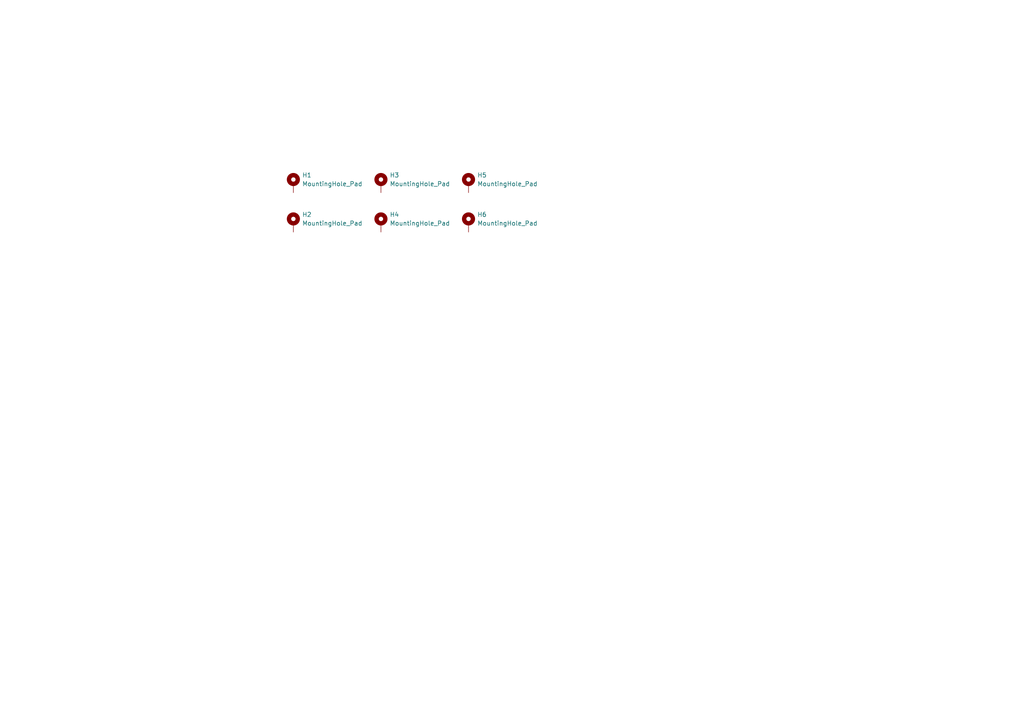
<source format=kicad_sch>
(kicad_sch (version 20231120) (generator "eeschema") (generator_version "8.0")
  (paper "A4")
  (lib_symbols
    (symbol "Mechanical:MountingHole_Pad" (pin_numbers hide) (pin_names (offset 1.016) hide) (exclude_from_sim yes) (in_bom no)
      (property "Reference" "H" (at 0 6.35 0))
      (property "Value" "MountingHole_Pad" (at 0 4.445 0))
      (symbol "MountingHole_Pad_0_1"
        (circle (center 0 1.27) (radius 1.27) (stroke (width 1.27)))
      )
      (symbol "MountingHole_Pad_1_1"
        (pin input line (at 0 -2.54 90) (length 2.54) (name "1") (number "1"))
      )
    )
  )
  (symbol (lib_id "Mechanical:MountingHole_Pad") (at 135.89 64.77 0) (unit 1) (exclude_from_sim yes) (in_bom no)
    (property "Reference" "H6" (at 138.43 62.2299 0) (effects (justify left)))
    (property "Value" "MountingHole_Pad" (at 138.43 64.7699 0) (effects (justify left)))
    (property "Footprint" "MountingHole:MountingHole_3.5mm" (effects (hide yes)))
    (property "Description" "Mounting Hole with connection" (effects (hide yes)))
  )
  (symbol (lib_id "Mechanical:MountingHole_Pad") (at 135.89 53.34 0) (unit 1) (exclude_from_sim yes) (in_bom no)
    (property "Reference" "H5" (at 138.43 50.7999 0) (effects (justify left)))
    (property "Value" "MountingHole_Pad" (at 138.43 53.3399 0) (effects (justify left)))
    (property "Footprint" "MountingHole:MountingHole_3.5mm" (effects (hide yes)))
    (property "Description" "Mounting Hole with connection" (effects (hide yes)))
  )
  (symbol (lib_id "Mechanical:MountingHole_Pad") (at 85.09 53.34 0) (unit 1) (exclude_from_sim yes) (in_bom no)
    (property "Reference" "H1" (at 87.63 50.7999 0) (effects (justify left)))
    (property "Value" "MountingHole_Pad" (at 87.63 53.3399 0) (effects (justify left)))
    (property "Footprint" "MountingHole:MountingHole_3.5mm" (effects (hide yes)))
    (property "Description" "Mounting Hole with connection" (effects (hide yes)))
  )
  (symbol (lib_id "Mechanical:MountingHole_Pad") (at 110.49 64.77 0) (unit 1) (exclude_from_sim yes) (in_bom no)
    (property "Reference" "H4" (at 113.03 62.2299 0) (effects (justify left)))
    (property "Value" "MountingHole_Pad" (at 113.03 64.7699 0) (effects (justify left)))
    (property "Footprint" "MountingHole:MountingHole_3.5mm" (effects (hide yes)))
    (property "Description" "Mounting Hole with connection" (effects (hide yes)))
  )
  (symbol (lib_id "Mechanical:MountingHole_Pad") (at 85.09 64.77 0) (unit 1) (exclude_from_sim yes) (in_bom no)
    (property "Reference" "H2" (at 87.63 62.2299 0) (effects (justify left)))
    (property "Value" "MountingHole_Pad" (at 87.63 64.7699 0) (effects (justify left)))
    (property "Footprint" "MountingHole:MountingHole_3.5mm" (effects (hide yes)))
    (property "Description" "Mounting Hole with connection" (effects (hide yes)))
  )
  (symbol (lib_id "Mechanical:MountingHole_Pad") (at 110.49 53.34 0) (unit 1) (exclude_from_sim yes) (in_bom no)
    (property "Reference" "H3" (at 113.03 50.7999 0) (effects (justify left)))
    (property "Value" "MountingHole_Pad" (at 113.03 53.3399 0) (effects (justify left)))
    (property "Footprint" "MountingHole:MountingHole_3.5mm" (effects (hide yes)))
    (property "Description" "Mounting Hole with connection" (effects (hide yes)))
  )
)
</source>
